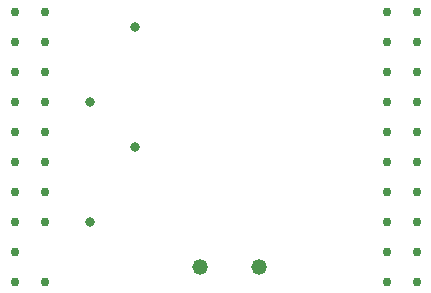
<source format=gbr>
%TF.GenerationSoftware,KiCad,Pcbnew,7.0.8*%
%TF.CreationDate,2024-04-03T00:12:09-07:00*%
%TF.ProjectId,DrapeCurrent - R1,44726170-6543-4757-9272-656e74202d20,rev?*%
%TF.SameCoordinates,Original*%
%TF.FileFunction,Plated,1,2,PTH,Drill*%
%TF.FilePolarity,Positive*%
%FSLAX46Y46*%
G04 Gerber Fmt 4.6, Leading zero omitted, Abs format (unit mm)*
G04 Created by KiCad (PCBNEW 7.0.8) date 2024-04-03 00:12:09*
%MOMM*%
%LPD*%
G01*
G04 APERTURE LIST*
%TA.AperFunction,ComponentDrill*%
%ADD10C,0.762000*%
%TD*%
%TA.AperFunction,ComponentDrill*%
%ADD11C,0.800000*%
%TD*%
%TA.AperFunction,ComponentDrill*%
%ADD12C,1.320000*%
%TD*%
G04 APERTURE END LIST*
D10*
%TO.C,J1*%
X1270000Y24130000D03*
X1270000Y21590000D03*
X1270000Y19050000D03*
X1270000Y16510000D03*
X1270000Y13970000D03*
X1270000Y11430000D03*
X1270000Y8890000D03*
X1270000Y6350000D03*
X1270000Y3810000D03*
X1270000Y1270000D03*
X3810000Y24130000D03*
X3810000Y21590000D03*
X3810000Y19050000D03*
X3810000Y16510000D03*
X3810000Y13970000D03*
X3810000Y11430000D03*
X3810000Y8890000D03*
X3810000Y6350000D03*
X3810000Y1270000D03*
X32766000Y24130000D03*
X32766000Y21590000D03*
X32766000Y19050000D03*
X32766000Y16510000D03*
X32766000Y13970000D03*
X32766000Y11430000D03*
X32766000Y8890000D03*
X32766000Y6350000D03*
X32766000Y3810000D03*
X32766000Y1270000D03*
X35306000Y24130000D03*
X35306000Y21590000D03*
X35306000Y19050000D03*
X35306000Y16510000D03*
X35306000Y13970000D03*
X35306000Y11430000D03*
X35306000Y8890000D03*
X35306000Y6350000D03*
X35306000Y3810000D03*
X35306000Y1270000D03*
D11*
%TO.C,R2*%
X7620000Y16510000D03*
X7620000Y6350000D03*
%TO.C,R1*%
X11430000Y22860000D03*
X11430000Y12700000D03*
D12*
%TO.C,J2*%
X16920000Y2540000D03*
X21920000Y2540000D03*
M02*

</source>
